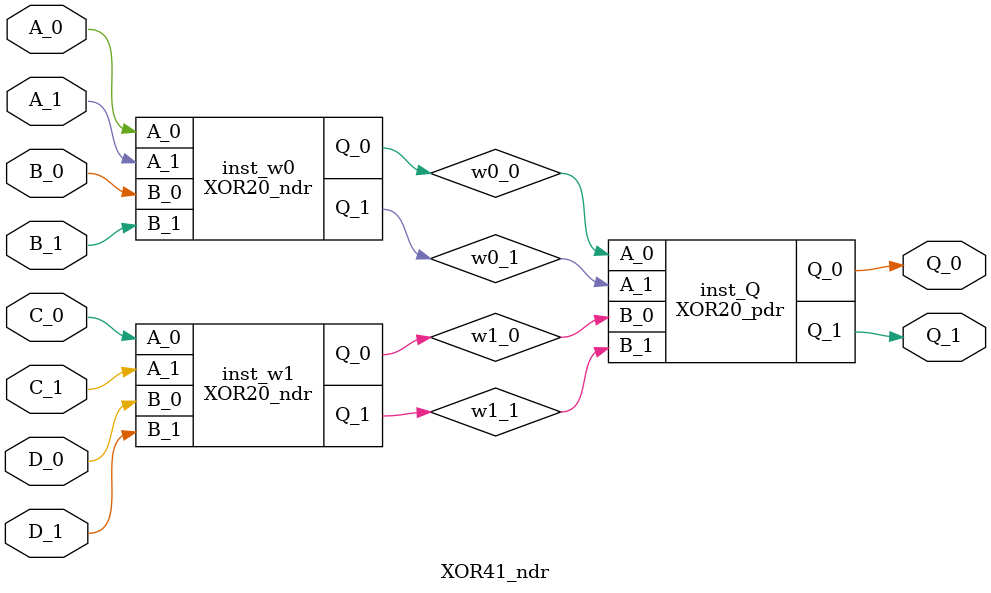
<source format=v>

module spinv_ndr (i_1, i_0, z_1, z_0);
  input i_1, i_0;
  output z_1, z_0;

  INV1 inst_z_1 (.A(i_0), .Q(z_1));
  INV1 inst_z_0 (.A(i_1), .Q(z_0));
endmodule 


module spinv0_ndr (i_1, i_0, z_1, z_0);
  input i_1, i_0;
  output z_1, z_0;

  INV0 inst_z_1 (.A(i_0), .Q(z_1));
  INV0 inst_z_0 (.A(i_1), .Q(z_0));
endmodule 


module spinv1_ndr (i_1, i_0, z_1, z_0);
  input i_1, i_0;
  output z_1, z_0;

  INV1 inst_z_1 (.A(i_0), .Q(z_1));
  INV1 inst_z_0 (.A(i_1), .Q(z_0));
endmodule 


module spinv2_ndr (i_1, i_0, z_1, z_0);
  input i_1, i_0;
  output z_1, z_0;

  INV2 inst_z_1 (.A(i_0), .Q(z_1));
  INV2 inst_z_0 (.A(i_1), .Q(z_0));
endmodule 


module spinv3_ndr (i_1, i_0, z_1, z_0);
  input i_1, i_0;
  output z_1, z_0;

  INV3 inst_z_1 (.A(i_0), .Q(z_1));
  INV3 inst_z_0 (.A(i_1), .Q(z_0));
endmodule 


module spinv4_ndr (i_1, i_0, z_1, z_0);
  input i_1, i_0;
  output z_1, z_0;

  INV4 inst_z_1 (.A(i_0), .Q(z_1));
  INV4 inst_z_0 (.A(i_1), .Q(z_0));
endmodule 


module spinv6_ndr (i_1, i_0, z_1, z_0);
  input i_1, i_0;
  output z_1, z_0;

  INV6 inst_z_1 (.A(i_0), .Q(z_1));
  INV6 inst_z_0 (.A(i_1), .Q(z_0));
endmodule 


module spinv8_ndr (i_1, i_0, z_1, z_0);
  input i_1, i_0;
  output z_1, z_0;

  INV8 inst_z_1 (.A(i_0), .Q(z_1));
  INV8 inst_z_0 (.A(i_1), .Q(z_0));
endmodule 


// 2-Input ANDs for ADD2

module and_ndr (A_1, A_0, B_1, B_0, Q_1, Q_0);
  input A_1, A_0;
  input B_1, B_0;
  output Q_1, Q_0;

  NOR21 inst_Q_1 (.A(A_0), .B(B_0), .Q(Q_1));
  NAND21 inst_Q_0 (.A(A_1), .B(B_1), .Q(Q_0));
endmodule


// 2-Input ORs for ADD3

module or_ndr (A_1, A_0, B_1, B_0, Q_1, Q_0);
  input A_1, A_0;
  input B_1, B_0;
  output Q_1, Q_0;

  NAND21 inst_Q_1 (.A(A_0), .B(B_0), .Q(Q_1));
  NOR21 inst_Q_0 (.A(A_1), .B(B_1), .Q(Q_0));
endmodule


// 3-Input ORs for ADD3

module or3_ndr (A_1, A_0, B_1, B_0, C_1, C_0, Q_1, Q_0);
  input A_1, A_0;
  input B_1, B_0;
  input C_1, C_0;
  output Q_1, Q_0;

  NAND31 inst_Q_1 (.A(A_0), .B(B_0), .C(C_0), .Q(Q_1));
  NOR31 inst_Q_0 (.A(A_1), .B(B_1), .C(C_1), .Q(Q_0));
endmodule


// Half-Adder (12x)

module ADD21_ndr (A_1, A_0, B_1, B_0, CO_1, CO_0, S_1, S_0);
  input A_1, A_0;
  input B_1, B_0;
  output CO_1, CO_0;
  output S_1, S_0;

  and_ndr inst_CO (.A_1(A_1), .A_0(A_0), .B_1(B_1), .B_0(B_0), .Q_1(CO_1), .Q_0(CO_0));
  XOR21_ndr inst_S (.A_1(A_1), .A_0(A_0), .B_1(B_1), .B_0(B_0), .Q_1(S_1), .Q_0(S_0));
endmodule


module ADD22_ndr (A_1, A_0, B_1, B_0, CO_1, CO_0, S_1, S_0);
  input A_1, A_0;
  input B_1, B_0;
  output CO_1, CO_0;
  output S_1, S_0;

  and_ndr inst_CO (.A_1(A_1), .A_0(A_0), .B_1(B_1), .B_0(B_0), .Q_1(CO_1), .Q_0(CO_0));  
  XOR22_ndr inst_S (.A_1(A_1), .A_0(A_0), .B_1(B_1), .B_0(B_0), .Q_1(S_1), .Q_0(S_0));
endmodule


// Full-Adder (12x)

module ADD31_pdr (A_1, A_0, B_1, B_0, CI_1, CI_0, CO_1, CO_0, S_1, S_0);
  input A_1, A_0;
  input B_1, B_0;
  input CI_1, CI_0;
  output CO_1, CO_0;
  output S_1, S_0;
  wire net_1_1, net_1_0;
  wire net_2_1, net_2_0;
  wire net_3_1, net_3_0;

  and_ndr inst_net_1 (.A_1(B_1), .A_0(B_0), .B_1(CI_1), .B_0(CI_0), .Q_1(net_1_1), .Q_0(net_1_0));
  and_ndr inst_net_2 (.A_1(A_1), .A_0(A_0), .B_1(CI_1), .B_0(CI_0), .Q_1(net_2_1), .Q_0(net_2_0));
  and_ndr inst_net_3 (.A_1(A_1), .A_0(A_0), .B_1(B_1), .B_0(B_0), .Q_1(net_3_1), .Q_0(net_3_0));
  or3_ndr inst_CO (.A_1(net_1_1), .A_0(net_1_0), .B_1(net_2_1), .B_0(net_2_0), .C_1(net_3_1), .C_0(net_3_0), .Q_1(CO_1), .Q_0(CO_0));
  XOR31_pdr inst_S  (.A_1(A_1), .A_0(A_0), .B_1(B_1), .B_0(B_0), .C_1(CI_1), .C_0(CI_0), .Q_1(S_1), .Q_0(S_0));
endmodule


module ADD32_pdr (A_1, A_0, B_1, B_0, CI_1, CI_0, CO_1, CO_0, S_1, S_0);
  input A_1, A_0;
  input B_1, B_0;
  input CI_1, CI_0;
  output CO_1, CO_0;
  output S_1, S_0;
  wire net_1_1, net_1_0;
  wire net_2_1, net_2_0;
  wire net_3_1, net_3_0;

  and_ndr inst_net_1 (.A_1(B_1), .A_0(B_0), .B_1(CI_1), .B_0(CI_0), .Q_1(net_1_1), .Q_0(net_1_0));
  and_ndr inst_net_2 (.A_1(A_1), .A_0(A_0), .B_1(CI_1), .B_0(CI_0), .Q_1(net_2_1), .Q_0(net_2_0));
  and_ndr inst_net_3 (.A_1(A_1), .A_0(A_0), .B_1(B_1), .B_0(B_0), .Q_1(net_3_1), .Q_0(net_3_0));
  or3_ndr inst_CO (.A_1(net_1_1), .A_0(net_1_0), .B_1(net_2_1), .B_0(net_2_0), .C_1(net_3_1), .C_0(net_3_0), .Q_1(CO_1), .Q_0(CO_0));
  XOR31_ndr inst_S  (.A_1(A_1), .A_0(A_0), .B_1(B_1), .B_0(B_0), .C_1(CI_1), .C_0(CI_0), .Q_1(S_1), .Q_0(S_0));
endmodule


// 2:1 Inverting Multiplexer (01234x)

module IMUX20_pdr (A_1, A_0, B_1, B_0, Q_1, Q_0, S_1, S_0);
  input A_1, A_0;
  input B_1, B_0;
  output Q_1, Q_0;
  input S_1, S_0;
  wire w_1, w_0;

  IMUX20_ndr inst_w (.A_1(A_1), .A_0(A_0), .B_1(B_1), .B_0(B_0), .Q_1(w_1), .Q_0(w_0), .S_1(S_1), .S_0(S_0));
  spinv0_ndr inst_Q (.i_1(w_1), .i_0(w_0), .z_1(Q_1), .z_0(Q_0));
endmodule


module IMUX20_ndr (A_1, A_0, B_1, B_0, Q_1, Q_0, S_1, S_0);
  input A_1, A_0;
  input B_1, B_0;
  output Q_1, Q_0;
  input S_1, S_0;

  AOI220 inst_Q_1 (.A(A_1), .B(S_0), .C(B_1), .D(S_1), .Q(Q_1));
  OAI220 inst_Q_0 (.A(A_0), .B(S_1), .C(B_0), .D(S_0), .Q(Q_0));
endmodule


module IMUX21_pdr (A_1, A_0, B_1, B_0, Q_1, Q_0, S_1, S_0);
  input A_1, A_0;
  input B_1, B_0;
  output Q_1, Q_0;
  input S_1, S_0;
  wire w_1, w_0;

  IMUX21_ndr inst_w (.A_1(A_1), .A_0(A_0), .B_1(B_1), .B_0(B_0), .Q_1(w_1), .Q_0(w_0), .S_1(S_1), .S_0(S_0));
  spinv1_ndr inst_Q (.i_1(w_1), .i_0(w_0), .z_1(Q_1), .z_0(Q_0));
endmodule


module IMUX21_ndr (A_1, A_0, B_1, B_0, Q_1, Q_0, S_1, S_0);
  input A_1, A_0;
  input B_1, B_0;
  output Q_1, Q_0;
  input S_1, S_0;

  AOI221 inst_Q_1 (.A(A_1), .B(S_0), .C(B_1), .D(S_1), .Q(Q_1));
  OAI221 inst_Q_0 (.A(A_0), .B(S_1), .C(B_0), .D(S_0), .Q(Q_0));
endmodule


module IMUX22_pdr (A_1, A_0, B_1, B_0, Q_1, Q_0, S_1, S_0);
  input A_1, A_0;
  input B_1, B_0;
  output Q_1, Q_0;
  input S_1, S_0;
  wire w_1, w_0;

  IMUX21_ndr inst_w (.A_1(A_1), .A_0(A_0), .B_1(B_1), .B_0(B_0), .Q_1(w_1), .Q_0(w_0), .S_1(S_1), .S_0(S_0));
  spinv2_ndr inst_Q (.i_1(w_1), .i_0(w_0), .z_1(Q_1), .z_0(Q_0));
endmodule


module IMUX22_ndr (A_1, A_0, B_1, B_0, Q_1, Q_0, S_1, S_0);
  input A_1, A_0;
  input B_1, B_0;
  output Q_1, Q_0;
  input S_1, S_0;

  AOI222 inst_Q_1 (.A(A_1), .B(S_0), .C(B_1), .D(S_1), .Q(Q_1));
  OAI222 inst_Q_0 (.A(A_0), .B(S_1), .C(B_0), .D(S_0), .Q(Q_0));
endmodule


module IMUX23_pdr (A_1, A_0, B_1, B_0, Q_1, Q_0, S_1, S_0);
  input A_1, A_0;
  input B_1, B_0;
  output Q_1, Q_0;
  input S_1, S_0;
  wire w_1, w_0;

  IMUX21_ndr inst_w (.A_1(A_1), .A_0(A_0), .B_1(B_1), .B_0(B_0), .Q_1(w_1), .Q_0(w_0), .S_1(S_1), .S_0(S_0));
  spinv3_ndr inst_Q (.i_1(w_1), .i_0(w_0), .z_1(Q_1), .z_0(Q_0));
endmodule


module IMUX23_ndr (A_1, A_0, B_1, B_0, Q_1, Q_0, S_1, S_0);
  input A_1, A_0;
  input B_1, B_0;
  output Q_1, Q_0;
  input S_1, S_0;
  wire w_1, w_0;

  AOI221 inst_w_1 (.A(A_1), .B(S_0), .C(B_1), .D(S_1), .Q(w_1));
  OAI221 inst_w_0 (.A(A_0), .B(S_1), .C(B_0), .D(S_0), .Q(w_0));
  
  BUF4 inst_Q_1 (.A(w_1), .Q(Q_1));
  BUF4 inst_Q_0 (.A(w_0), .Q(Q_0));
endmodule


module IMUX24_pdr (A_1, A_0, B_1, B_0, Q_1, Q_0, S_1, S_0);
  input A_1, A_0;
  input B_1, B_0;
  output Q_1, Q_0;
  input S_1, S_0;
  wire w_1, w_0;

  IMUX21_ndr inst_w (.A_1(A_1), .A_0(A_0), .B_1(B_1), .B_0(B_0), .Q_1(w_1), .Q_0(w_0), .S_1(S_1), .S_0(S_0));
  spinv4_ndr inst_Q (.i_1(w_1), .i_0(w_0), .z_1(Q_1), .z_0(Q_0));
endmodule


module IMUX24_ndr (A_1, A_0, B_1, B_0, Q_1, Q_0, S_1, S_0);
  input A_1, A_0;
  input B_1, B_0;
  output Q_1, Q_0;
  input S_1, S_0;
  wire w_1, w_0;

  AOI221 inst_w_1 (.A(A_1), .B(S_0), .C(B_1), .D(S_1), .Q(w_1));
  OAI221 inst_w_0 (.A(A_0), .B(S_1), .C(B_0), .D(S_0), .Q(w_0));
  
  BUF4 inst_Q_1 (.A(w_1), .Q(Q_1));
  BUF4 inst_Q_0 (.A(w_0), .Q(Q_0));
endmodule


// 3:1 Inverting Multiplexer (0123x)

module IMUX30_pdr (A_1, A_0, B_1, B_0, C_1, C_0, Q_1, Q_0, S0_1, S0_0, S1_1, S1_0);
  input A_1, A_0;
  input B_1, B_0;
  input C_1, C_0;
  output Q_1, Q_0;
  input S0_1, S0_0;
  input S1_1, S1_0;
  wire w0_1, w0_0;
  wire spinv_C_1, spinv_C_0;
  wire spinv_S1_1, spinv_S1_0;
  
  MUX21_ndr inst_w0 (.A_1(A_1), .A_0(A_0), .B_1(B_1), .B_0(B_0), .S_1(S0_1), .S_0(S0_0), .Q_1(w0_1), .Q_0(w0_0));
  spinv1_ndr inst_spinv_C (.i_1(C_1), .i_0(C_0), .z_1(spinv_C_1), .z_0(spinv_C_0));
  spinv1_ndr inst_spinv_S1 (.i_1(S1_1), .i_0(S1_0), .z_1(spinv_S1_1), .z_0(spinv_S1_0));

  IMUX20_ndr inst_Q (.A_1(w0_1), .A_0(w0_0), .B_1(spinv_C_1), .B_0(spinv_C_0), .S_1(spinv_S1_1), .S_0(spinv_S1_0), .Q_1(Q_1), .Q_0(Q_0));
endmodule


module IMUX30_ndr (A_1, A_0, B_1, B_0, C_1, C_0, Q_1, Q_0, S0_1, S0_0, S1_1, S1_0);
  input A_1, A_0;
  input B_1, B_0;
  input C_1, C_0;
  output Q_1, Q_0;
  input S0_1, S0_0;
  input S1_1, S1_0;
  wire w0_1, w0_0;
  wire spinv_C_1, spinv_C_0;
  wire spinv_S1_1, spinv_S1_0;
  
  MUX21_ndr inst_w0 (.A_1(A_1), .A_0(A_0), .B_1(B_1), .B_0(B_0), .S_1(S0_1), .S_0(S0_0), .Q_1(w0_1), .Q_0(w0_0));
  spinv1_ndr inst_spinv_C (.i_1(C_1), .i_0(C_0), .z_1(spinv_C_1), .z_0(spinv_C_0));
  spinv1_ndr inst_spinv_S1 (.i_1(S1_1), .i_0(S1_0), .z_1(spinv_S1_1), .z_0(spinv_S1_0));

  IMUX20_pdr inst_Q (.A_1(w0_1), .A_0(w0_0), .B_1(spinv_C_1), .B_0(spinv_C_0), .S_1(spinv_S1_1), .S_0(spinv_S1_0), .Q_1(Q_1), .Q_0(Q_0));
endmodule


module IMUX31_pdr (A_1, A_0, B_1, B_0, C_1, C_0, Q_1, Q_0, S0_1, S0_0, S1_1, S1_0);
  input A_1, A_0;
  input B_1, B_0;
  input C_1, C_0;
  output Q_1, Q_0;
  input S0_1, S0_0;
  input S1_1, S1_0;
  wire w0_1, w0_0;
  wire spinv_C_1, spinv_C_0;
  wire spinv_S1_1, spinv_S1_0;
  
  MUX21_ndr inst_w0 (.A_1(A_1), .A_0(A_0), .B_1(B_1), .B_0(B_0), .S_1(S0_1), .S_0(S0_0), .Q_1(w0_1), .Q_0(w0_0));
  spinv1_ndr inst_spinv_C (.i_1(C_1), .i_0(C_0), .z_1(spinv_C_1), .z_0(spinv_C_0));
  spinv1_ndr inst_spinv_S1 (.i_1(S1_1), .i_0(S1_0), .z_1(spinv_S1_1), .z_0(spinv_S1_0));

  IMUX21_ndr inst_Q (.A_1(w0_1), .A_0(w0_0), .B_1(spinv_C_1), .B_0(spinv_C_0), .S_1(spinv_S1_1), .S_0(spinv_S1_0), .Q_1(Q_1), .Q_0(Q_0));
endmodule


module IMUX31_ndr (A_1, A_0, B_1, B_0, C_1, C_0, Q_1, Q_0, S0_1, S0_0, S1_1, S1_0);
  input A_1, A_0;
  input B_1, B_0;
  input C_1, C_0;
  output Q_1, Q_0;
  input S0_1, S0_0;
  input S1_1, S1_0;
  wire w0_1, w0_0;
  wire spinv_C_1, spinv_C_0;
  wire spinv_S1_1, spinv_S1_0;
  
  MUX21_ndr inst_w0 (.A_1(A_1), .A_0(A_0), .B_1(B_1), .B_0(B_0), .S_1(S0_1), .S_0(S0_0), .Q_1(w0_1), .Q_0(w0_0));
  spinv1_ndr inst_spinv_C (.i_1(C_1), .i_0(C_0), .z_1(spinv_C_1), .z_0(spinv_C_0));
  spinv1_ndr inst_spinv_S1 (.i_1(S1_1), .i_0(S1_0), .z_1(spinv_S1_1), .z_0(spinv_S1_0));

  IMUX21_pdr inst_Q (.A_1(w0_1), .A_0(w0_0), .B_1(spinv_C_1), .B_0(spinv_C_0), .S_1(spinv_S1_1), .S_0(spinv_S1_0), .Q_1(Q_1), .Q_0(Q_0));
endmodule


module IMUX32_pdr (A_1, A_0, B_1, B_0, C_1, C_0, Q_1, Q_0, S0_1, S0_0, S1_1, S1_0);
  input A_1, A_0;
  input B_1, B_0;
  input C_1, C_0;
  output Q_1, Q_0;
  input S0_1, S0_0;
  input S1_1, S1_0;
  wire w0_1, w0_0;
  wire spinv_C_1, spinv_C_0;
  wire spinv_S1_1, spinv_S1_0;
  
  MUX21_ndr inst_w0 (.A_1(A_1), .A_0(A_0), .B_1(B_1), .B_0(B_0), .S_1(S0_1), .S_0(S0_0), .Q_1(w0_1), .Q_0(w0_0));
  spinv1_ndr inst_spinv_C (.i_1(C_1), .i_0(C_0), .z_1(spinv_C_1), .z_0(spinv_C_0));
  spinv1_ndr inst_spinv_S1 (.i_1(S1_1), .i_0(S1_0), .z_1(spinv_S1_1), .z_0(spinv_S1_0));

  IMUX22_ndr inst_Q (.A_1(w0_1), .A_0(w0_0), .B_1(spinv_C_1), .B_0(spinv_C_0), .S_1(spinv_S1_1), .S_0(spinv_S1_0), .Q_1(Q_1), .Q_0(Q_0));
endmodule


module IMUX32_ndr (A_1, A_0, B_1, B_0, C_1, C_0, Q_1, Q_0, S0_1, S0_0, S1_1, S1_0);
  input A_1, A_0;
  input B_1, B_0;
  input C_1, C_0;
  output Q_1, Q_0;
  input S0_1, S0_0;
  input S1_1, S1_0;
  wire w0_1, w0_0;
  wire spinv_C_1, spinv_C_0;
  wire spinv_S1_1, spinv_S1_0;
  
  MUX21_ndr inst_w0 (.A_1(A_1), .A_0(A_0), .B_1(B_1), .B_0(B_0), .S_1(S0_1), .S_0(S0_0), .Q_1(w0_1), .Q_0(w0_0));
  spinv1_ndr inst_spinv_C (.i_1(C_1), .i_0(C_0), .z_1(spinv_C_1), .z_0(spinv_C_0));
  spinv1_ndr inst_spinv_S1 (.i_1(S1_1), .i_0(S1_0), .z_1(spinv_S1_1), .z_0(spinv_S1_0));

  IMUX22_pdr inst_Q (.A_1(w0_1), .A_0(w0_0), .B_1(spinv_C_1), .B_0(spinv_C_0), .S_1(spinv_S1_1), .S_0(spinv_S1_0), .Q_1(Q_1), .Q_0(Q_0));
endmodule


module IMUX33_pdr (A_1, A_0, B_1, B_0, C_1, C_0, Q_1, Q_0, S0_1, S0_0, S1_1, S1_0);
  input A_1, A_0;
  input B_1, B_0;
  input C_1, C_0;
  output Q_1, Q_0;
  input S0_1, S0_0;
  input S1_1, S1_0;
  wire w0_1, w0_0;
  wire spinv_C_1, spinv_C_0;
  wire spinv_S1_1, spinv_S1_0;
  
  MUX21_ndr inst_w0 (.A_1(A_1), .A_0(A_0), .B_1(B_1), .B_0(B_0), .S_1(S0_1), .S_0(S0_0), .Q_1(w0_1), .Q_0(w0_0));
  spinv1_ndr inst_spinv_C (.i_1(C_1), .i_0(C_0), .z_1(spinv_C_1), .z_0(spinv_C_0));
  spinv1_ndr inst_spinv_S1 (.i_1(S1_1), .i_0(S1_0), .z_1(spinv_S1_1), .z_0(spinv_S1_0));

  IMUX23_ndr inst_Q (.A_1(w0_1), .A_0(w0_0), .B_1(spinv_C_1), .B_0(spinv_C_0), .S_1(spinv_S1_1), .S_0(spinv_S1_0), .Q_1(Q_1), .Q_0(Q_0));
endmodule


module IMUX33_ndr (A_1, A_0, B_1, B_0, C_1, C_0, Q_1, Q_0, S0_1, S0_0, S1_1, S1_0);
  input A_1, A_0;
  input B_1, B_0;
  input C_1, C_0;
  output Q_1, Q_0;
  input S0_1, S0_0;
  input S1_1, S1_0;
  wire w0_1, w0_0;
  wire spinv_C_1, spinv_C_0;
  wire spinv_S1_1, spinv_S1_0;
  
  MUX21_ndr inst_w0 (.A_1(A_1), .A_0(A_0), .B_1(B_1), .B_0(B_0), .S_1(S0_1), .S_0(S0_0), .Q_1(w0_1), .Q_0(w0_0));
  spinv1_ndr inst_spinv_C (.i_1(C_1), .i_0(C_0), .z_1(spinv_C_1), .z_0(spinv_C_0));
  spinv1_ndr inst_spinv_S1 (.i_1(S1_1), .i_0(S1_0), .z_1(spinv_S1_1), .z_0(spinv_S1_0));

  IMUX23_pdr inst_Q (.A_1(w0_1), .A_0(w0_0), .B_1(spinv_C_1), .B_0(spinv_C_0), .S_1(spinv_S1_1), .S_0(spinv_S1_0), .Q_1(Q_1), .Q_0(Q_0));
endmodule


// 4:1 Inverting Multiplexer (012x)

module IMUX40_pdr (A_1, A_0, B_1, B_0, C_1, C_0, D_1, D_0, Q_1, Q_0, S0_1, S0_0, S1_1, S1_0);
  input A_1, A_0;
  input B_1, B_0;
  input C_1, C_0;
  input D_1, D_0;
  output Q_1, Q_0;
  input S0_1, S0_0;
  input S1_1, S1_0;
  wire w0_1, w0_0;
  wire w1_1, w1_0;
  wire spinv_S1_1, spinv_S1_0;
  
  MUX21_ndr inst_w0 (.A_1(A_1), .A_0(A_0), .B_1(B_1), .B_0(B_0), .S_1(S0_1), .S_0(S0_0), .Q_1(w0_1), .Q_0(w0_0));
  MUX21_ndr inst_w1 (.A_1(C_1), .A_0(C_0), .B_1(D_1), .B_0(D_0), .S_1(S0_1), .S_0(S0_0), .Q_1(w1_1), .Q_0(w1_0));

  spinv1_ndr inst_spinv_S1 (.i_1(S1_1), .i_0(S1_0), .z_1(spinv_S1_1), .z_0(spinv_S1_0));
  IMUX20_ndr inst_Q (.A_1(w0_1), .A_0(w0_0), .B_1(w1_1), .B_0(w1_0), .S_1(spinv_S1_1), .S_0(spinv_S1_0), .Q_1(Q_1), .Q_0(Q_0));
endmodule


module IMUX40_ndr (A_1, A_0, B_1, B_0, C_1, C_0, D_1, D_0, Q_1, Q_0, S0_1, S0_0, S1_1, S1_0);
  input A_1, A_0;
  input B_1, B_0;
  input C_1, C_0;
  input D_1, D_0;
  output Q_1, Q_0;
  input S0_1, S0_0;
  input S1_1, S1_0;
  wire w0_1, w0_0;
  wire w1_1, w1_0;
  wire spinv_S1_1, spinv_S1_0;
  
  MUX21_ndr inst_w0 (.A_1(A_1), .A_0(A_0), .B_1(B_1), .B_0(B_0), .S_1(S0_1), .S_0(S0_0), .Q_1(w0_1), .Q_0(w0_0));
  MUX21_ndr inst_w1 (.A_1(C_1), .A_0(C_0), .B_1(D_1), .B_0(D_0), .S_1(S0_1), .S_0(S0_0), .Q_1(w1_1), .Q_0(w1_0));

  spinv1_ndr inst_spinv_S1 (.i_1(S1_1), .i_0(S1_0), .z_1(spinv_S1_1), .z_0(spinv_S1_0));
  IMUX20_pdr inst_Q (.A_1(w0_1), .A_0(w0_0), .B_1(w1_1), .B_0(w1_0), .S_1(spinv_S1_1), .S_0(spinv_S1_0), .Q_1(Q_1), .Q_0(Q_0));
endmodule


module IMUX41_pdr (A_1, A_0, B_1, B_0, C_1, C_0, D_1, D_0, Q_1, Q_0, S0_1, S0_0, S1_1, S1_0);
  input A_1, A_0;
  input B_1, B_0;
  input C_1, C_0;
  input D_1, D_0;
  output Q_1, Q_0;
  input S0_1, S0_0;
  input S1_1, S1_0;
  wire w0_1, w0_0;
  wire w1_1, w1_0;
  wire spinv_S1_1, spinv_S1_0;
  
  MUX21_ndr inst_w0 (.A_1(A_1), .A_0(A_0), .B_1(B_1), .B_0(B_0), .S_1(S0_1), .S_0(S0_0), .Q_1(w0_1), .Q_0(w0_0));
  MUX21_ndr inst_w1 (.A_1(C_1), .A_0(C_0), .B_1(D_1), .B_0(D_0), .S_1(S0_1), .S_0(S0_0), .Q_1(w1_1), .Q_0(w1_0));

  spinv1_ndr inst_spinv_S1 (.i_1(S1_1), .i_0(S1_0), .z_1(spinv_S1_1), .z_0(spinv_S1_0));
  IMUX21_ndr inst_Q (.A_1(w0_1), .A_0(w0_0), .B_1(w1_1), .B_0(w1_0), .S_1(spinv_S1_1), .S_0(spinv_S1_0), .Q_1(Q_1), .Q_0(Q_0));
endmodule


module IMUX41_ndr (A_1, A_0, B_1, B_0, C_1, C_0, D_1, D_0, Q_1, Q_0, S0_1, S0_0, S1_1, S1_0);
  input A_1, A_0;
  input B_1, B_0;
  input C_1, C_0;
  input D_1, D_0;
  output Q_1, Q_0;
  input S0_1, S0_0;
  input S1_1, S1_0;
  wire w0_1, w0_0;
  wire w1_1, w1_0;
  wire spinv_S1_1, spinv_S1_0;
  
  MUX21_ndr inst_w0 (.A_1(A_1), .A_0(A_0), .B_1(B_1), .B_0(B_0), .S_1(S0_1), .S_0(S0_0), .Q_1(w0_1), .Q_0(w0_0));
  MUX21_ndr inst_w1 (.A_1(C_1), .A_0(C_0), .B_1(D_1), .B_0(D_0), .S_1(S0_1), .S_0(S0_0), .Q_1(w1_1), .Q_0(w1_0));

  spinv1_ndr inst_spinv_S1 (.i_1(S1_1), .i_0(S1_0), .z_1(spinv_S1_1), .z_0(spinv_S1_0));
  IMUX21_pdr inst_Q (.A_1(w0_1), .A_0(w0_0), .B_1(w1_1), .B_0(w1_0), .S_1(spinv_S1_1), .S_0(spinv_S1_0), .Q_1(Q_1), .Q_0(Q_0));
endmodule


module IMUX42_pdr (A_1, A_0, B_1, B_0, C_1, C_0, D_1, D_0, Q_1, Q_0, S0_1, S0_0, S1_1, S1_0);
  input A_1, A_0;
  input B_1, B_0;
  input C_1, C_0;
  input D_1, D_0;
  output Q_1, Q_0;
  input S0_1, S0_0;
  input S1_1, S1_0;
  wire w0_1, w0_0;
  wire w1_1, w1_0;
  wire spinv_S1_1, spinv_S1_0;
  
  MUX21_ndr inst_w0 (.A_1(A_1), .A_0(A_0), .B_1(B_1), .B_0(B_0), .S_1(S0_1), .S_0(S0_0), .Q_1(w0_1), .Q_0(w0_0));
  MUX21_ndr inst_w1 (.A_1(C_1), .A_0(C_0), .B_1(D_1), .B_0(D_0), .S_1(S0_1), .S_0(S0_0), .Q_1(w1_1), .Q_0(w1_0));

  spinv1_ndr inst_spinv_S1 (.i_1(S1_1), .i_0(S1_0), .z_1(spinv_S1_1), .z_0(spinv_S1_0));
  IMUX22_ndr inst_Q (.A_1(w0_1), .A_0(w0_0), .B_1(w1_1), .B_0(w1_0), .S_1(spinv_S1_1), .S_0(spinv_S1_0), .Q_1(Q_1), .Q_0(Q_0));
endmodule


module IMUX42_ndr (A_1, A_0, B_1, B_0, C_1, C_0, D_1, D_0, Q_1, Q_0, S0_1, S0_0, S1_1, S1_0);
  input A_1, A_0;
  input B_1, B_0;
  input C_1, C_0;
  input D_1, D_0;
  output Q_1, Q_0;
  input S0_1, S0_0;
  input S1_1, S1_0;
  wire w0_1, w0_0;
  wire w1_1, w1_0;
  wire spinv_S1_1, spinv_S1_0;
  
  MUX21_ndr inst_w0 (.A_1(A_1), .A_0(A_0), .B_1(B_1), .B_0(B_0), .S_1(S0_1), .S_0(S0_0), .Q_1(w0_1), .Q_0(w0_0));
  MUX21_ndr inst_w1 (.A_1(C_1), .A_0(C_0), .B_1(D_1), .B_0(D_0), .S_1(S0_1), .S_0(S0_0), .Q_1(w1_1), .Q_0(w1_0));

  spinv1_ndr inst_spinv_S1 (.i_1(S1_1), .i_0(S1_0), .z_1(spinv_S1_1), .z_0(spinv_S1_0));
  IMUX22_pdr inst_Q (.A_1(w0_1), .A_0(w0_0), .B_1(w1_1), .B_0(w1_0), .S_1(spinv_S1_1), .S_0(spinv_S1_0), .Q_1(Q_1), .Q_0(Q_0));
endmodule


// 2:1 Multiplexer (1246x)

module MUX21_pdr (A_1, A_0, B_1, B_0, Q_1, Q_0, S_1, S_0);
  input A_1, A_0;
  input B_1, B_0;
  output Q_1, Q_0;
  input S_1, S_0;
  wire w_1, w_0;

  MUX21_ndr inst_w (.A_1(A_1), .A_0(A_0), .B_1(B_1), .B_0(B_0), .Q_1(w_1), .Q_0(w_0), .S_1(S_1), .S_0(S_0));
  spinv1_ndr inst_Q (.i_1(w_1), .i_0(w_0), .z_1(Q_1), .z_0(Q_0));  
endmodule


module MUX21_ndr (A_1, A_0, B_1, B_0, Q_1, Q_0, S_1, S_0);
  input A_1, A_0;
  input B_1, B_0;
  output Q_1, Q_0;
  input S_1, S_0;

  OAI221 inst_Q_1 (.A(A_0), .B(S_1), .C(B_0), .D(S_0), .Q(Q_1));
  AOI221 inst_Q_0 (.A(A_1), .B(S_0), .C(B_1), .D(S_1), .Q(Q_0));
endmodule


module MUX22_pdr (A_1, A_0, B_1, B_0, Q_1, Q_0, S_1, S_0);
  input A_1, A_0;
  input B_1, B_0;
  output Q_1, Q_0;
  input S_1, S_0;
  wire w_1, w_0;

  MUX21_ndr inst_w (.A_1(A_1), .A_0(A_0), .B_1(B_1), .B_0(B_0), .Q_1(w_1), .Q_0(w_0), .S_1(S_1), .S_0(S_0));
  spinv2_ndr inst_Q (.i_1(w_1), .i_0(w_0), .z_1(Q_1), .z_0(Q_0));  
endmodule


module MUX22_ndr (A_1, A_0, B_1, B_0, Q_1, Q_0, S_1, S_0);
  input A_1, A_0;
  input B_1, B_0;
  output Q_1, Q_0;
  input S_1, S_0;

  OAI222 inst_Q_1 (.A(A_0), .B(S_1), .C(B_0), .D(S_0), .Q(Q_1));
  AOI222 inst_Q_0 (.A(A_1), .B(S_0), .C(B_1), .D(S_1), .Q(Q_0));
endmodule


module MUX24_pdr (A_1, A_0, B_1, B_0, Q_1, Q_0, S_1, S_0);
  input A_1, A_0;
  input B_1, B_0;
  output Q_1, Q_0;
  input S_1, S_0;
  wire w_1, w_0;

  MUX21_ndr inst_w (.A_1(A_1), .A_0(A_0), .B_1(B_1), .B_0(B_0), .Q_1(w_1), .Q_0(w_0), .S_1(S_1), .S_0(S_0));
  spinv4_ndr inst_Q (.i_1(w_1), .i_0(w_0), .z_1(Q_1), .z_0(Q_0));  
endmodule


module MUX24_ndr (A_1, A_0, B_1, B_0, Q_1, Q_0, S_1, S_0);
  input A_1, A_0;
  input B_1, B_0;
  output Q_1, Q_0;
  input S_1, S_0;
  wire w_1, w_0;

  OAI221 inst_w_1 (.A(A_0), .B(S_1), .C(B_0), .D(S_0), .Q(w_1));
  AOI221 inst_w_0 (.A(A_1), .B(S_0), .C(B_1), .D(S_1), .Q(w_0));
  
  BUF4 inst_Q_1 (.A(w_1), .Q(Q_1));
  BUF4 inst_Q_0 (.A(w_0), .Q(Q_0));
endmodule


module MUX26_pdr (A_1, A_0, B_1, B_0, Q_1, Q_0, S_1, S_0);
  input A_1, A_0;
  input B_1, B_0;
  output Q_1, Q_0;
  input S_1, S_0;
  wire w_1, w_0;

  MUX21_ndr inst_w (.A_1(A_1), .A_0(A_0), .B_1(B_1), .B_0(B_0), .Q_1(w_1), .Q_0(w_0), .S_1(S_1), .S_0(S_0));
  spinv6_ndr inst_Q (.i_1(w_1), .i_0(w_0), .z_1(Q_1), .z_0(Q_0));  
endmodule


module MUX26_ndr (A_1, A_0, B_1, B_0, Q_1, Q_0, S_1, S_0);
  input A_1, A_0;
  input B_1, B_0;
  output Q_1, Q_0;
  input S_1, S_0;
  wire w_1, w_0;

  OAI221 inst_w_1 (.A(A_0), .B(S_1), .C(B_0), .D(S_0), .Q(w_1));
  AOI221 inst_w_0 (.A(A_1), .B(S_0), .C(B_1), .D(S_1), .Q(w_0));
  
  BUF6 inst_Q_1 (.A(w_1), .Q(Q_1));
  BUF6 inst_Q_0 (.A(w_0), .Q(Q_0));
endmodule


// 3:1 Multiplexer (1234x)

module MUX31_pdr (A_1, A_0, B_1, B_0, C_1, C_0, Q_1, Q_0, S0_1, S0_0, S1_1, S1_0);
  input A_1, A_0;
  input B_1, B_0;
  input C_1, C_0;
  output Q_1, Q_0;
  input S0_1, S0_0;
  input S1_1, S1_0;
  wire w_1, w_0;
  wire spinv_C_1, spinv_C_0;
  wire spinv_S1_1, spinv_S1_0;
  
  MUX21_ndr inst_w (.A_1(A_1), .A_0(A_0), .B_1(B_1), .B_0(B_0), .S_1(S0_1), .S_0(S0_0), .Q_1(w_1), .Q_0(w_0));
  spinv1_ndr inst_spinv_C (.i_1(C_1), .i_0(C_0), .z_1(spinv_C_1), .z_0(spinv_C_0));
  spinv1_ndr inst_spinv_S1 (.i_1(S1_1), .i_0(S1_0), .z_1(spinv_S1_1), .z_0(spinv_S1_0));

  MUX21_ndr inst_Q (.A_1(w_1), .A_0(w_0), .B_1(spinv_C_1), .B_0(spinv_C_0), .S_1(spinv_S1_1), .S_0(spinv_S1_0), .Q_1(Q_1), .Q_0(Q_0));
endmodule


module MUX31_ndr (A_1, A_0, B_1, B_0, C_1, C_0, Q_1, Q_0, S0_1, S0_0, S1_1, S1_0);
  input A_1, A_0;
  input B_1, B_0;
  input C_1, C_0;
  output Q_1, Q_0;
  input S0_1, S0_0;
  input S1_1, S1_0;
  wire w_1, w_0;
  wire spinv_C_1, spinv_C_0;
  wire spinv_S1_1, spinv_S1_0;
  
  MUX21_ndr inst_w (.A_1(A_1), .A_0(A_0), .B_1(B_1), .B_0(B_0), .S_1(S0_1), .S_0(S0_0), .Q_1(w_1), .Q_0(w_0));
  spinv1_ndr inst_spinv_C (.i_1(C_1), .i_0(C_0), .z_1(spinv_C_1), .z_0(spinv_C_0));
  spinv1_ndr inst_spinv_S1 (.i_1(S1_1), .i_0(S1_0), .z_1(spinv_S1_1), .z_0(spinv_S1_0));

  MUX21_pdr inst_Q (.A_1(w_1), .A_0(w_0), .B_1(spinv_C_1), .B_0(spinv_C_0), .S_1(spinv_S1_1), .S_0(spinv_S1_0), .Q_1(Q_1), .Q_0(Q_0));
endmodule


module MUX32_pdr (A_1, A_0, B_1, B_0, C_1, C_0, Q_1, Q_0, S0_1, S0_0, S1_1, S1_0);
  input A_1, A_0;
  input B_1, B_0;
  input C_1, C_0;
  output Q_1, Q_0;
  input S0_1, S0_0;
  input S1_1, S1_0;
  wire w_1, w_0;
  wire spinv_C_1, spinv_C_0;
  wire spinv_S1_1, spinv_S1_0;
  
  MUX21_ndr inst_w (.A_1(A_1), .A_0(A_0), .B_1(B_1), .B_0(B_0), .S_1(S0_1), .S_0(S0_0), .Q_1(w_1), .Q_0(w_0));
  spinv1_ndr inst_spinv_C (.i_1(C_1), .i_0(C_0), .z_1(spinv_C_1), .z_0(spinv_C_0));
  spinv1_ndr inst_spinv_S1 (.i_1(S1_1), .i_0(S1_0), .z_1(spinv_S1_1), .z_0(spinv_S1_0));

  MUX22_ndr inst_Q (.A_1(w_1), .A_0(w_0), .B_1(spinv_C_1), .B_0(spinv_C_0), .S_1(spinv_S1_1), .S_0(spinv_S1_0), .Q_1(Q_1), .Q_0(Q_0));
endmodule


module MUX32_ndr (A_1, A_0, B_1, B_0, C_1, C_0, Q_1, Q_0, S0_1, S0_0, S1_1, S1_0);
  input A_1, A_0;
  input B_1, B_0;
  input C_1, C_0;
  output Q_1, Q_0;
  input S0_1, S0_0;
  input S1_1, S1_0;
  wire w_1, w_0;
  wire spinv_C_1, spinv_C_0;
  wire spinv_S1_1, spinv_S1_0;
  
  MUX21_ndr inst_w (.A_1(A_1), .A_0(A_0), .B_1(B_1), .B_0(B_0), .S_1(S0_1), .S_0(S0_0), .Q_1(w_1), .Q_0(w_0));
  spinv1_ndr inst_spinv_C (.i_1(C_1), .i_0(C_0), .z_1(spinv_C_1), .z_0(spinv_C_0));
  spinv1_ndr inst_spinv_S1 (.i_1(S1_1), .i_0(S1_0), .z_1(spinv_S1_1), .z_0(spinv_S1_0));

  MUX22_pdr inst_Q (.A_1(w_1), .A_0(w_0), .B_1(spinv_C_1), .B_0(spinv_C_0), .S_1(spinv_S1_1), .S_0(spinv_S1_0), .Q_1(Q_1), .Q_0(Q_0));
endmodule


module MUX33_pdr (A_1, A_0, B_1, B_0, C_1, C_0, Q_1, Q_0, S0_1, S0_0, S1_1, S1_0);
  input A_1, A_0;
  input B_1, B_0;
  input C_1, C_0;
  output Q_1, Q_0;
  input S0_1, S0_0;
  input S1_1, S1_0;
  wire w_1, w_0;
  wire spinv_C_1, spinv_C_0;
  wire spinv_S1_1, spinv_S1_0;
  
  MUX21_ndr inst_w (.A_1(A_1), .A_0(A_0), .B_1(B_1), .B_0(B_0), .S_1(S0_1), .S_0(S0_0), .Q_1(w_1), .Q_0(w_0));
  spinv1_ndr inst_spinv_C (.i_1(C_1), .i_0(C_0), .z_1(spinv_C_1), .z_0(spinv_C_0));
  spinv1_ndr inst_spinv_S1 (.i_1(S1_1), .i_0(S1_0), .z_1(spinv_S1_1), .z_0(spinv_S1_0));

  MUX24_ndr inst_Q (.A_1(w_1), .A_0(w_0), .B_1(spinv_C_1), .B_0(spinv_C_0), .S_1(spinv_S1_1), .S_0(spinv_S1_0), .Q_1(Q_1), .Q_0(Q_0));
endmodule


module MUX33_ndr (A_1, A_0, B_1, B_0, C_1, C_0, Q_1, Q_0, S0_1, S0_0, S1_1, S1_0);
  input A_1, A_0;
  input B_1, B_0;
  input C_1, C_0;
  output Q_1, Q_0;
  input S0_1, S0_0;
  input S1_1, S1_0;
  wire w_1, w_0;
  wire spinv_C_1, spinv_C_0;
  wire spinv_S1_1, spinv_S1_0;
  
  MUX21_ndr inst_w (.A_1(A_1), .A_0(A_0), .B_1(B_1), .B_0(B_0), .S_1(S0_1), .S_0(S0_0), .Q_1(w_1), .Q_0(w_0));
  spinv1_ndr inst_spinv_C (.i_1(C_1), .i_0(C_0), .z_1(spinv_C_1), .z_0(spinv_C_0));
  spinv1_ndr inst_spinv_S1 (.i_1(S1_1), .i_0(S1_0), .z_1(spinv_S1_1), .z_0(spinv_S1_0));

  MUX24_pdr inst_Q (.A_1(w_1), .A_0(w_0), .B_1(spinv_C_1), .B_0(spinv_C_0), .S_1(spinv_S1_1), .S_0(spinv_S1_0), .Q_1(Q_1), .Q_0(Q_0));
endmodule


module MUX34_pdr (A_1, A_0, B_1, B_0, C_1, C_0, Q_1, Q_0, S0_1, S0_0, S1_1, S1_0);
  input A_1, A_0;
  input B_1, B_0;
  input C_1, C_0;
  output Q_1, Q_0;
  input S0_1, S0_0;
  input S1_1, S1_0;
  wire w_1, w_0;
  wire spinv_C_1, spinv_C_0;
  wire spinv_S1_1, spinv_S1_0;
  
  MUX21_ndr inst_w (.A_1(A_1), .A_0(A_0), .B_1(B_1), .B_0(B_0), .S_1(S0_1), .S_0(S0_0), .Q_1(w_1), .Q_0(w_0));
  spinv1_ndr inst_spinv_C (.i_1(C_1), .i_0(C_0), .z_1(spinv_C_1), .z_0(spinv_C_0));
  spinv1_ndr inst_spinv_S1 (.i_1(S1_1), .i_0(S1_0), .z_1(spinv_S1_1), .z_0(spinv_S1_0));

  MUX24_ndr inst_Q (.A_1(w_1), .A_0(w_0), .B_1(spinv_C_1), .B_0(spinv_C_0), .S_1(spinv_S1_1), .S_0(spinv_S1_0), .Q_1(Q_1), .Q_0(Q_0));
endmodule


module MUX34_ndr (A_1, A_0, B_1, B_0, C_1, C_0, Q_1, Q_0, S0_1, S0_0, S1_1, S1_0);
  input A_1, A_0;
  input B_1, B_0;
  input C_1, C_0;
  output Q_1, Q_0;
  input S0_1, S0_0;
  input S1_1, S1_0;
  wire w_1, w_0;
  wire spinv_C_1, spinv_C_0;
  wire spinv_S1_1, spinv_S1_0;
  
  MUX21_ndr inst_w (.A_1(A_1), .A_0(A_0), .B_1(B_1), .B_0(B_0), .S_1(S0_1), .S_0(S0_0), .Q_1(w_1), .Q_0(w_0));
  spinv1_ndr inst_spinv_C (.i_1(C_1), .i_0(C_0), .z_1(spinv_C_1), .z_0(spinv_C_0));
  spinv1_ndr inst_spinv_S1 (.i_1(S1_1), .i_0(S1_0), .z_1(spinv_S1_1), .z_0(spinv_S1_0));

  MUX24_pdr inst_Q (.A_1(w_1), .A_0(w_0), .B_1(spinv_C_1), .B_0(spinv_C_0), .S_1(spinv_S1_1), .S_0(spinv_S1_0), .Q_1(Q_1), .Q_0(Q_0));
endmodule


// 4:1 Multiplexer (123x)

module MUX41_pdr (A_1, A_0, B_1, B_0, C_1, C_0, D_1, D_0, Q_1, Q_0, S0_1, S0_0, S1_1, S1_0);
  input A_1, A_0;
  input B_1, B_0;
  input C_1, C_0;
  input D_1, D_0;
  output Q_1, Q_0;
  input S0_1, S0_0;
  input S1_1, S1_0;
  wire w0_1, w0_0;
  wire w1_1, w1_0;
  wire spinv_S1_1, spinv_S1_0;
  
  MUX21_ndr inst_w0 (.A_1(A_1), .A_0(A_0), .B_1(B_1), .B_0(B_0), .S_1(S0_1), .S_0(S0_0), .Q_1(w0_1), .Q_0(w0_0));
  MUX21_ndr inst_w1 (.A_1(C_1), .A_0(C_0), .B_1(D_1), .B_0(D_0), .S_1(S0_1), .S_0(S0_0), .Q_1(w1_1), .Q_0(w1_0));
  
  spinv1_ndr inst_spinv_S1 (.i_1(S1_1), .i_0(S1_0), .z_1(spinv_S1_1), .z_0(spinv_S1_0));
  MUX21_ndr inst_Q (.A_1(w0_1), .A_0(w0_0), .B_1(w1_1), .B_0(w1_0), .S_1(spinv_S1_1), .S_0(spinv_S1_0), .Q_1(Q_1), .Q_0(Q_0));
endmodule


module MUX41_ndr (A_1, A_0, B_1, B_0, C_1, C_0, D_1, D_0, Q_1, Q_0, S0_1, S0_0, S1_1, S1_0);
  input A_1, A_0;
  input B_1, B_0;
  input C_1, C_0;
  input D_1, D_0;
  output Q_1, Q_0;
  input S0_1, S0_0;
  input S1_1, S1_0;
  wire w0_1, w0_0;
  wire w1_1, w1_0;
  wire spinv_S1_1, spinv_S1_0;
  
  MUX21_ndr inst_w0 (.A_1(A_1), .A_0(A_0), .B_1(B_1), .B_0(B_0), .S_1(S0_1), .S_0(S0_0), .Q_1(w0_1), .Q_0(w0_0));
  MUX21_ndr inst_w1 (.A_1(C_1), .A_0(C_0), .B_1(D_1), .B_0(D_0), .S_1(S0_1), .S_0(S0_0), .Q_1(w1_1), .Q_0(w1_0));
  
  spinv1_ndr inst_spinv_S1 (.i_1(S1_1), .i_0(S1_0), .z_1(spinv_S1_1), .z_0(spinv_S1_0));
  MUX21_pdr inst_Q (.A_1(w0_1), .A_0(w0_0), .B_1(w1_1), .B_0(w1_0), .S_1(spinv_S1_1), .S_0(spinv_S1_0), .Q_1(Q_1), .Q_0(Q_0));
endmodule


module MUX42_pdr (A_1, A_0, B_1, B_0, C_1, C_0, D_1, D_0, Q_1, Q_0, S0_1, S0_0, S1_1, S1_0);
  input A_1, A_0;
  input B_1, B_0;
  input C_1, C_0;
  input D_1, D_0;
  output Q_1, Q_0;
  input S0_1, S0_0;
  input S1_1, S1_0;
  wire w0_1, w0_0;
  wire w1_1, w1_0;
  wire spinv_S1_1, spinv_S1_0;
  
  MUX21_ndr inst_w0 (.A_1(A_1), .A_0(A_0), .B_1(B_1), .B_0(B_0), .S_1(S0_1), .S_0(S0_0), .Q_1(w0_1), .Q_0(w0_0));
  MUX21_ndr inst_w1 (.A_1(C_1), .A_0(C_0), .B_1(D_1), .B_0(D_0), .S_1(S0_1), .S_0(S0_0), .Q_1(w1_1), .Q_0(w1_0));
  
  spinv1_ndr inst_spinv_S1 (.i_1(S1_1), .i_0(S1_0), .z_1(spinv_S1_1), .z_0(spinv_S1_0));
  MUX22_ndr inst_Q (.A_1(w0_1), .A_0(w0_0), .B_1(w1_1), .B_0(w1_0), .S_1(spinv_S1_1), .S_0(spinv_S1_0), .Q_1(Q_1), .Q_0(Q_0));
endmodule


module MUX42_ndr (A_1, A_0, B_1, B_0, C_1, C_0, D_1, D_0, Q_1, Q_0, S0_1, S0_0, S1_1, S1_0);
  input A_1, A_0;
  input B_1, B_0;
  input C_1, C_0;
  input D_1, D_0;
  output Q_1, Q_0;
  input S0_1, S0_0;
  input S1_1, S1_0;
  wire w0_1, w0_0;
  wire w1_1, w1_0;
  wire spinv_S1_1, spinv_S1_0;
  
  MUX21_ndr inst_w0 (.A_1(A_1), .A_0(A_0), .B_1(B_1), .B_0(B_0), .S_1(S0_1), .S_0(S0_0), .Q_1(w0_1), .Q_0(w0_0));
  MUX21_ndr inst_w1 (.A_1(C_1), .A_0(C_0), .B_1(D_1), .B_0(D_0), .S_1(S0_1), .S_0(S0_0), .Q_1(w1_1), .Q_0(w1_0));
  
  spinv1_ndr inst_spinv_S1 (.i_1(S1_1), .i_0(S1_0), .z_1(spinv_S1_1), .z_0(spinv_S1_0));
  MUX22_pdr inst_Q (.A_1(w0_1), .A_0(w0_0), .B_1(w1_1), .B_0(w1_0), .S_1(spinv_S1_1), .S_0(spinv_S1_0), .Q_1(Q_1), .Q_0(Q_0));
endmodule


module MUX43_pdr (A_1, A_0, B_1, B_0, C_1, C_0, D_1, D_0, Q_1, Q_0, S0_1, S0_0, S1_1, S1_0);
  input A_1, A_0;
  input B_1, B_0;
  input C_1, C_0;
  input D_1, D_0;
  output Q_1, Q_0;
  input S0_1, S0_0;
  input S1_1, S1_0;
  wire w0_1, w0_0;
  wire w1_1, w1_0;
  wire spinv_S1_1, spinv_S1_0;
  
  MUX21_ndr inst_w0 (.A_1(A_1), .A_0(A_0), .B_1(B_1), .B_0(B_0), .S_1(S0_1), .S_0(S0_0), .Q_1(w0_1), .Q_0(w0_0));
  MUX21_ndr inst_w1 (.A_1(C_1), .A_0(C_0), .B_1(D_1), .B_0(D_0), .S_1(S0_1), .S_0(S0_0), .Q_1(w1_1), .Q_0(w1_0));
  
  spinv1_ndr inst_spinv_S1 (.i_1(S1_1), .i_0(S1_0), .z_1(spinv_S1_1), .z_0(spinv_S1_0));
  MUX24_ndr inst_Q (.A_1(w0_1), .A_0(w0_0), .B_1(w1_1), .B_0(w1_0), .S_1(spinv_S1_1), .S_0(spinv_S1_0), .Q_1(Q_1), .Q_0(Q_0));
endmodule


module MUX43_ndr (A_1, A_0, B_1, B_0, C_1, C_0, D_1, D_0, Q_1, Q_0, S0_1, S0_0, S1_1, S1_0);
  input A_1, A_0;
  input B_1, B_0;
  input C_1, C_0;
  input D_1, D_0;
  output Q_1, Q_0;
  input S0_1, S0_0;
  input S1_1, S1_0;
  wire w0_1, w0_0;
  wire w1_1, w1_0;
  wire spinv_S1_1, spinv_S1_0;
  
  MUX21_ndr inst_w0 (.A_1(A_1), .A_0(A_0), .B_1(B_1), .B_0(B_0), .S_1(S0_1), .S_0(S0_0), .Q_1(w0_1), .Q_0(w0_0));
  MUX21_ndr inst_w1 (.A_1(C_1), .A_0(C_0), .B_1(D_1), .B_0(D_0), .S_1(S0_1), .S_0(S0_0), .Q_1(w1_1), .Q_0(w1_0));
  
  spinv1_ndr inst_spinv_S1 (.i_1(S1_1), .i_0(S1_0), .z_1(spinv_S1_1), .z_0(spinv_S1_0));
  MUX24_pdr inst_Q (.A_1(w0_1), .A_0(w0_0), .B_1(w1_1), .B_0(w1_0), .S_1(spinv_S1_1), .S_0(spinv_S1_0), .Q_1(Q_1), .Q_0(Q_0));
endmodule


// 2-Input XNOR (012x)

module XNR20_pdr (A_1, A_0, B_1, B_0, Q_1, Q_0);
  input A_1, A_0;
  input B_1, B_0;
  output Q_1, Q_0;
  wire w_1, w_0;

  XNR20_ndr inst_w (.A_1(A_1), .A_0(A_0), .B_1(B_1), .B_0(B_0), .Q_1(w_1), .Q_0(w_0));
  spinv0_ndr inst_Q (.i_1(w_1), .i_0(w_0), .z_1(Q_1), .z_0(Q_0));
endmodule


module XNR20_ndr (A_1, A_0, B_1, B_0, Q_1, Q_0);
  input A_1, A_0;
  input B_1, B_0;
  output Q_1, Q_0;

  AOI220 inst_Q_1 (.A(A_0), .B(B_1), .C(A_1), .D(B_0), .Q(Q_1));
  OAI220 inst_Q_0 (.A(A_1), .B(B_0), .C(A_0), .D(B_1), .Q(Q_0));
endmodule


module XNR21_pdr (A_1, A_0, B_1, B_0, Q_1, Q_0);
  input A_1, A_0;
  input B_1, B_0;
  output Q_1, Q_0;
  wire w_1, w_0;

  XNR21_ndr inst_w (.A_1(A_1), .A_0(A_0), .B_1(B_1), .B_0(B_0), .Q_1(w_1), .Q_0(w_0));
  spinv1_ndr inst_Q (.i_1(w_1), .i_0(w_0), .z_1(Q_1), .z_0(Q_0));
endmodule


module XNR21_ndr (A_1, A_0, B_1, B_0, Q_1, Q_0);
  input A_1, A_0;
  input B_1, B_0;
  output Q_1, Q_0;

  AOI221 inst_Q_1 (.A(A_0), .B(B_1), .C(A_1), .D(B_0), .Q(Q_1));
  OAI221 inst_Q_0 (.A(A_1), .B(B_0), .C(A_0), .D(B_1), .Q(Q_0));
endmodule


module XNR22_pdr (A_1, A_0, B_1, B_0, Q_1, Q_0);
  input A_1, A_0;
  input B_1, B_0;
  output Q_1, Q_0;
  wire w_1, w_0;

  XNR21_ndr inst_w (.A_1(A_1), .A_0(A_0), .B_1(B_1), .B_0(B_0), .Q_1(w_1), .Q_0(w_0));
  spinv2_ndr inst_Q (.i_1(w_1), .i_0(w_0), .z_1(Q_1), .z_0(Q_0));
endmodule


module XNR22_ndr (A_1, A_0, B_1, B_0, Q_1, Q_0);
  input A_1, A_0;
  input B_1, B_0;
  output Q_1, Q_0;

  AOI222 inst_Q_1 (.A(A_0), .B(B_1), .C(A_1), .D(B_0), .Q(Q_1));
  OAI222 inst_Q_0 (.A(A_1), .B(B_0), .C(A_0), .D(B_1), .Q(Q_0));
endmodule


// 3-Input XNOR (01x)

module XNR30_pdr (A_1, A_0, B_1, B_0, C_1, C_0, Q_1, Q_0);
  input A_1, A_0;
  input B_1, B_0;
  input C_1, C_0;
  output Q_1, Q_0;
  wire w_1, w_0;
  wire spinv_C_1, spinv_C_0;

  XOR20_ndr inst_w (.A_1(A_1), .A_0(A_0), .B_1(B_1), .B_0(B_0), .Q_1(w_1), .Q_0(w_0));
  spinv1_ndr inst_spinv_C (.i_1(C_1), .i_0(C_0), .z_1(spinv_C_1), .z_0(spinv_C_0));
  XNR20_ndr inst_Q (.A_1(w_1), .A_0(w_0), .B_1(spinv_C_1), .B_0(spinv_C_0), .Q_1(Q_1), .Q_0(Q_0));
endmodule


module XNR30_ndr (A_1, A_0, B_1, B_0, C_1, C_0, Q_1, Q_0);
  input A_1, A_0;
  input B_1, B_0;
  input C_1, C_0;
  output Q_1, Q_0;
  wire w_1, w_0;

  XOR20_pdr inst_w (.A_1(A_1), .A_0(A_0), .B_1(B_1), .B_0(B_0), .Q_1(w_1), .Q_0(w_0));
  XNR20_ndr inst_Q (.A_1(w_1), .A_0(w_0), .B_1(C_1), .B_0(C_0), .Q_1(Q_1), .Q_0(Q_0));
endmodule


module XNR31_pdr (A_1, A_0, B_1, B_0, C_1, C_0, Q_1, Q_0);
  input A_1, A_0;
  input B_1, B_0;
  input C_1, C_0;
  output Q_1, Q_0;
  wire w_1, w_0;
  wire spinv_C_1, spinv_C_0;

  XOR21_ndr inst_w (.A_1(A_1), .A_0(A_0), .B_1(B_1), .B_0(B_0), .Q_1(w_1), .Q_0(w_0));
  spinv1_ndr inst_spinv_C (.i_1(C_1), .i_0(C_0), .z_1(spinv_C_1), .z_0(spinv_C_0));
  XNR21_ndr inst_Q (.A_1(w_1), .A_0(w_0), .B_1(spinv_C_1), .B_0(spinv_C_0), .Q_1(Q_1), .Q_0(Q_0));
endmodule


module XNR31_ndr (A_1, A_0, B_1, B_0, C_1, C_0, Q_1, Q_0);
  input A_1, A_0;
  input B_1, B_0;
  input C_1, C_0;
  output Q_1, Q_0;
  wire w_1, w_0;

  XOR21_pdr inst_w (.A_1(A_1), .A_0(A_0), .B_1(B_1), .B_0(B_0), .Q_1(w_1), .Q_0(w_0));
  XNR21_ndr inst_Q (.A_1(w_1), .A_0(w_0), .B_1(C_1), .B_0(C_0), .Q_1(Q_1), .Q_0(Q_0));
endmodule


// 4-Input XNOR (01x)

module XNR40_pdr (A_1, A_0, B_1, B_0, C_1, C_0, D_1, D_0, Q_1, Q_0);
  input A_1, A_0;
  input B_1, B_0;
  input C_1, C_0;
  input D_1, D_0;
  output Q_1, Q_0;
  wire w0_1, w0_0;
  wire w1_1, w1_0;

  XOR20_ndr inst_w0 (.A_1(A_1), .A_0(A_0), .B_1(B_1), .B_0(B_0), .Q_1(w0_1), .Q_0(w0_0));
  XOR20_ndr inst_w1 (.A_1(C_1), .A_0(C_0), .B_1(D_1), .B_0(D_0), .Q_1(w1_1), .Q_0(w1_0));
  XNR20_ndr inst_Q (.A_1(w0_1), .A_0(w0_0), .B_1(w1_1), .B_0(w1_0), .Q_1(Q_1), .Q_0(Q_0));
endmodule


module XNR40_ndr (A_1, A_0, B_1, B_0, C_1, C_0, D_1, D_0, Q_1, Q_0);
  input A_1, A_0;
  input B_1, B_0;
  input C_1, C_0;
  input D_1, D_0;
  output Q_1, Q_0;
  wire w0_1, w0_0;
  wire w1_1, w1_0;

  XOR20_ndr inst_w0 (.A_1(A_1), .A_0(A_0), .B_1(B_1), .B_0(B_0), .Q_1(w0_1), .Q_0(w0_0));
  XOR20_ndr inst_w1 (.A_1(C_1), .A_0(C_0), .B_1(D_1), .B_0(D_0), .Q_1(w1_1), .Q_0(w1_0));
  XNR20_pdr inst_Q (.A_1(w0_1), .A_0(w0_0), .B_1(w1_1), .B_0(w1_0), .Q_1(Q_1), .Q_0(Q_0));
endmodule


module XNR41_pdr (A_1, A_0, B_1, B_0, C_1, C_0, D_1, D_0, Q_1, Q_0);
  input A_1, A_0;
  input B_1, B_0;
  input C_1, C_0;
  input D_1, D_0;
  output Q_1, Q_0;
  wire w0_1, w0_0;
  wire w1_1, w1_0;

  XOR20_ndr inst_w0 (.A_1(A_1), .A_0(A_0), .B_1(B_1), .B_0(B_0), .Q_1(w0_1), .Q_0(w0_0));
  XOR20_ndr inst_w1 (.A_1(C_1), .A_0(C_0), .B_1(D_1), .B_0(D_0), .Q_1(w1_1), .Q_0(w1_0));
  XNR21_ndr inst_Q (.A_1(w0_1), .A_0(w0_0), .B_1(w1_1), .B_0(w1_0), .Q_1(Q_1), .Q_0(Q_0));
endmodule


module XNR41_ndr (A_1, A_0, B_1, B_0, C_1, C_0, D_1, D_0, Q_1, Q_0);
  input A_1, A_0;
  input B_1, B_0;
  input C_1, C_0;
  input D_1, D_0;
  output Q_1, Q_0;
  wire w0_1, w0_0;
  wire w1_1, w1_0;

  XOR20_ndr inst_w0 (.A_1(A_1), .A_0(A_0), .B_1(B_1), .B_0(B_0), .Q_1(w0_1), .Q_0(w0_0));
  XOR20_ndr inst_w1 (.A_1(C_1), .A_0(C_0), .B_1(D_1), .B_0(D_0), .Q_1(w1_1), .Q_0(w1_0));
  XNR21_pdr inst_Q (.A_1(w0_1), .A_0(w0_0), .B_1(w1_1), .B_0(w1_0), .Q_1(Q_1), .Q_0(Q_0));
endmodule


// 2-Input XOR (012x)

module XOR20_pdr (A_1, A_0, B_1, B_0, Q_1, Q_0);
  input A_1, A_0;
  input B_1, B_0;
  output Q_1, Q_0;
  wire w_1, w_0;

  XOR20_ndr inst_w (.A_1(A_1), .A_0(A_0), .B_1(B_1), .B_0(B_0), .Q_1(w_1), .Q_0(w_0));
  spinv0_ndr inst_Q (.i_1(w_1), .i_0(w_0), .z_1(Q_1), .z_0(Q_0));
endmodule


module XOR20_ndr (A_1, A_0, B_1, B_0, Q_1, Q_0);
  input A_1, A_0;
  input B_1, B_0;
  output Q_1, Q_0;

  OAI220 inst_Q_1 (.A(A_1), .B(B_0), .C(A_0), .D(B_1), .Q(Q_1));
  AOI220 inst_Q_0 (.A(A_0), .B(B_1), .C(A_1), .D(B_0), .Q(Q_0));
endmodule


module XOR21_pdr (A_1, A_0, B_1, B_0, Q_1, Q_0);
  input A_1, A_0;
  input B_1, B_0;
  output Q_1, Q_0;
  wire w_1, w_0;

  XOR21_ndr inst_w (.A_1(A_1), .A_0(A_0), .B_1(B_1), .B_0(B_0), .Q_1(w_1), .Q_0(w_0));
  spinv1_ndr inst_Q (.i_1(w_1), .i_0(w_0), .z_1(Q_1), .z_0(Q_0));
endmodule


module XOR21_ndr (A_1, A_0, B_1, B_0, Q_1, Q_0);
  input A_1, A_0;
  input B_1, B_0;
  output Q_1, Q_0;

  OAI221 inst_Q_1 (.A(A_1), .B(B_0), .C(A_0), .D(B_1), .Q(Q_1));
  AOI221 inst_Q_0 (.A(A_0), .B(B_1), .C(A_1), .D(B_0), .Q(Q_0));
endmodule


module XOR22_pdr (A_1, A_0, B_1, B_0, Q_1, Q_0);
  input A_1, A_0;
  input B_1, B_0;
  output Q_1, Q_0;
  wire w_1, w_0;

  XOR21_ndr inst_w (.A_1(A_1), .A_0(A_0), .B_1(B_1), .B_0(B_0), .Q_1(w_1), .Q_0(w_0));
  spinv2_ndr inst_Q (.i_1(w_1), .i_0(w_0), .z_1(Q_1), .z_0(Q_0));
endmodule


module XOR22_ndr (A_1, A_0, B_1, B_0, Q_1, Q_0);
  input A_1, A_0;
  input B_1, B_0;
  output Q_1, Q_0;

  OAI222 inst_Q_1 (.A(A_1), .B(B_0), .C(A_0), .D(B_1), .Q(Q_1));
  AOI222 inst_Q_0 (.A(A_0), .B(B_1), .C(A_1), .D(B_0), .Q(Q_0));
endmodule


// 3-Input XOR (01x)

module XOR30_pdr (A_1, A_0, B_1, B_0, C_1, C_0, Q_1, Q_0);
  input A_1, A_0;
  input B_1, B_0;
  input C_1, C_0;
  output Q_1, Q_0;
  wire w_1, w_0;
  wire spinv_C_1, spinv_C_0;

  XOR20_ndr inst_w (.A_1(A_1), .A_0(A_0), .B_1(B_1), .B_0(B_0), .Q_1(w_1), .Q_0(w_0));
  spinv0_ndr inst_spinv_C (.i_1(C_1), .i_0(C_0), .z_1(spinv_C_1), .z_0(spinv_C_0));
  XOR20_ndr inst_Q (.A_1(w_1), .A_0(w_0), .B_1(spinv_C_1), .B_0(spinv_C_0), .Q_1(Q_1), .Q_0(Q_0));
endmodule


module XOR30_ndr (A_1, A_0, B_1, B_0, C_1, C_0, Q_1, Q_0);
  input A_1, A_0;
  input B_1, B_0;
  input C_1, C_0;
  output Q_1, Q_0;
  wire w_1, w_0;

  XOR20_pdr inst_w (.A_1(A_1), .A_0(A_0), .B_1(B_1), .B_0(B_0), .Q_1(w_1), .Q_0(w_0));
  XOR20_ndr inst_Q (.A_1(w_1), .A_0(w_0), .B_1(C_1), .B_0(C_0), .Q_1(Q_1), .Q_0(Q_0));
endmodule


module XOR31_pdr (A_1, A_0, B_1, B_0, C_1, C_0, Q_1, Q_0);
  input A_1, A_0;
  input B_1, B_0;
  input C_1, C_0;
  output Q_1, Q_0;
  wire w_1, w_0;
  wire spinv_C_1, spinv_C_0;

  XOR21_ndr inst_w (.A_1(A_1), .A_0(A_0), .B_1(B_1), .B_0(B_0), .Q_1(w_1), .Q_0(w_0));
  spinv1_ndr inst_spinv_C (.i_1(C_1), .i_0(C_0), .z_1(spinv_C_1), .z_0(spinv_C_0));
  XOR21_ndr inst_Q (.A_1(w_1), .A_0(w_0), .B_1(spinv_C_1), .B_0(spinv_C_0), .Q_1(Q_1), .Q_0(Q_0));
endmodule


module XOR31_ndr (A_1, A_0, B_1, B_0, C_1, C_0, Q_1, Q_0);
  input A_1, A_0;
  input B_1, B_0;
  input C_1, C_0;
  output Q_1, Q_0;
  wire w_1, w_0;

  XOR21_pdr inst_w (.A_1(A_1), .A_0(A_0), .B_1(B_1), .B_0(B_0), .Q_1(w_1), .Q_0(w_0));
  XOR21_ndr inst_Q (.A_1(w_1), .A_0(w_0), .B_1(C_1), .B_0(C_0), .Q_1(Q_1), .Q_0(Q_0));
endmodule


// 4-Input XOR (01x)

module XOR40_pdr (A_1, A_0, B_1, B_0, C_1, C_0, D_1, D_0, Q_1, Q_0);
  input A_1, A_0;
  input B_1, B_0;
  input C_1, C_0;
  input D_1, D_0;
  output Q_1, Q_0;
  wire w0_1, w0_0;
  wire w1_1, w1_0;

  XOR20_ndr inst_w0 (.A_1(A_1), .A_0(A_0), .B_1(B_1), .B_0(B_0), .Q_1(w0_1), .Q_0(w0_0));
  XOR20_ndr inst_w1 (.A_1(C_1), .A_0(C_0), .B_1(D_1), .B_0(D_0), .Q_1(w1_1), .Q_0(w1_0));
  XOR20_ndr inst_Q (.A_1(w0_1), .A_0(w0_0), .B_1(w1_1), .B_0(w1_0), .Q_1(Q_1), .Q_0(Q_0));
endmodule


module XOR40_ndr (A_1, A_0, B_1, B_0, C_1, C_0, D_1, D_0, Q_1, Q_0);
  input A_1, A_0;
  input B_1, B_0;
  input C_1, C_0;
  input D_1, D_0;
  output Q_1, Q_0;
  wire w0_1, w0_0;
  wire w1_1, w1_0;

  XOR20_ndr inst_w0 (.A_1(A_1), .A_0(A_0), .B_1(B_1), .B_0(B_0), .Q_1(w0_1), .Q_0(w0_0));
  XOR20_ndr inst_w1 (.A_1(C_1), .A_0(C_0), .B_1(D_1), .B_0(D_0), .Q_1(w1_1), .Q_0(w1_0));
  XOR20_pdr inst_Q (.A_1(w0_1), .A_0(w0_0), .B_1(w1_1), .B_0(w1_0), .Q_1(Q_1), .Q_0(Q_0));
endmodule


module XOR41_pdr (A_1, A_0, B_1, B_0, C_1, C_0, D_1, D_0, Q_1, Q_0);
  input A_1, A_0;
  input B_1, B_0;
  input C_1, C_0;
  input D_1, D_0;
  output Q_1, Q_0;
  wire w0_1, w0_0;
  wire w1_1, w1_0;

  XOR20_ndr inst_w0 (.A_1(A_1), .A_0(A_0), .B_1(B_1), .B_0(B_0), .Q_1(w0_1), .Q_0(w0_0));
  XOR20_ndr inst_w1 (.A_1(C_1), .A_0(C_0), .B_1(D_1), .B_0(D_0), .Q_1(w1_1), .Q_0(w1_0));
  XOR20_ndr inst_Q (.A_1(w0_1), .A_0(w0_0), .B_1(w1_1), .B_0(w1_0), .Q_1(Q_1), .Q_0(Q_0));
endmodule


module XOR41_ndr (A_1, A_0, B_1, B_0, C_1, C_0, D_1, D_0, Q_1, Q_0);
  input A_1, A_0;
  input B_1, B_0;
  input C_1, C_0;
  input D_1, D_0;
  output Q_1, Q_0;
  wire w0_1, w0_0;
  wire w1_1, w1_0;

  XOR20_ndr inst_w0 (.A_1(A_1), .A_0(A_0), .B_1(B_1), .B_0(B_0), .Q_1(w0_1), .Q_0(w0_0));
  XOR20_ndr inst_w1 (.A_1(C_1), .A_0(C_0), .B_1(D_1), .B_0(D_0), .Q_1(w1_1), .Q_0(w1_0));
  XOR20_pdr inst_Q (.A_1(w0_1), .A_0(w0_0), .B_1(w1_1), .B_0(w1_0), .Q_1(Q_1), .Q_0(Q_0));
endmodule

</source>
